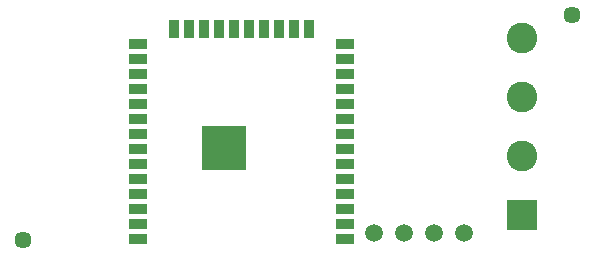
<source format=gbr>
%TF.GenerationSoftware,KiCad,Pcbnew,7.0.1-0*%
%TF.CreationDate,2023-11-20T21:41:35+01:00*%
%TF.ProjectId,luz,6c757a2e-6b69-4636-9164-5f7063625858,rev?*%
%TF.SameCoordinates,Original*%
%TF.FileFunction,Soldermask,Bot*%
%TF.FilePolarity,Negative*%
%FSLAX46Y46*%
G04 Gerber Fmt 4.6, Leading zero omitted, Abs format (unit mm)*
G04 Created by KiCad (PCBNEW 7.0.1-0) date 2023-11-20 21:41:35*
%MOMM*%
%LPD*%
G01*
G04 APERTURE LIST*
%ADD10C,1.448000*%
%ADD11C,2.600000*%
%ADD12R,2.600000X2.600000*%
%ADD13R,3.800000X3.800000*%
%ADD14R,1.500000X0.900000*%
%ADD15R,0.900000X1.500000*%
%ADD16C,1.500000*%
G04 APERTURE END LIST*
D10*
%TO.C,REF\u002A\u002A*%
X34200000Y-116600000D03*
%TD*%
%TO.C,*%
X80700000Y-97500000D03*
%TD*%
D11*
%TO.C,J2*%
X76500000Y-99450000D03*
X76500000Y-104450000D03*
X76500000Y-109450000D03*
D12*
X76500000Y-114450000D03*
%TD*%
D13*
%TO.C,U5*%
X51200000Y-108785000D03*
D14*
X61450000Y-116505000D03*
X61450000Y-115235000D03*
X61450000Y-113965000D03*
X61450000Y-112695000D03*
X61450000Y-111425000D03*
X61450000Y-110155000D03*
X61450000Y-108885000D03*
X61450000Y-107615000D03*
X61450000Y-106345000D03*
X61450000Y-105075000D03*
X61450000Y-103805000D03*
X61450000Y-102535000D03*
X61450000Y-101265000D03*
X61450000Y-99995000D03*
D15*
X58420000Y-98745000D03*
X57150000Y-98745000D03*
X55880000Y-98745000D03*
X54610000Y-98745000D03*
X53340000Y-98745000D03*
X52070000Y-98745000D03*
X50800000Y-98745000D03*
X49530000Y-98745000D03*
X48260000Y-98745000D03*
X46990000Y-98745000D03*
D14*
X43950000Y-99995000D03*
X43950000Y-101265000D03*
X43950000Y-102535000D03*
X43950000Y-103805000D03*
X43950000Y-105075000D03*
X43950000Y-106345000D03*
X43950000Y-107615000D03*
X43950000Y-108885000D03*
X43950000Y-110155000D03*
X43950000Y-111425000D03*
X43950000Y-112695000D03*
X43950000Y-113965000D03*
X43950000Y-115235000D03*
X43950000Y-116505000D03*
%TD*%
D16*
%TO.C,TP5*%
X71600000Y-116000000D03*
%TD*%
%TO.C,TP4*%
X69060000Y-116000000D03*
%TD*%
%TO.C,TP3*%
X66520000Y-116000000D03*
%TD*%
%TO.C,TP2*%
X63980000Y-116000000D03*
%TD*%
M02*

</source>
